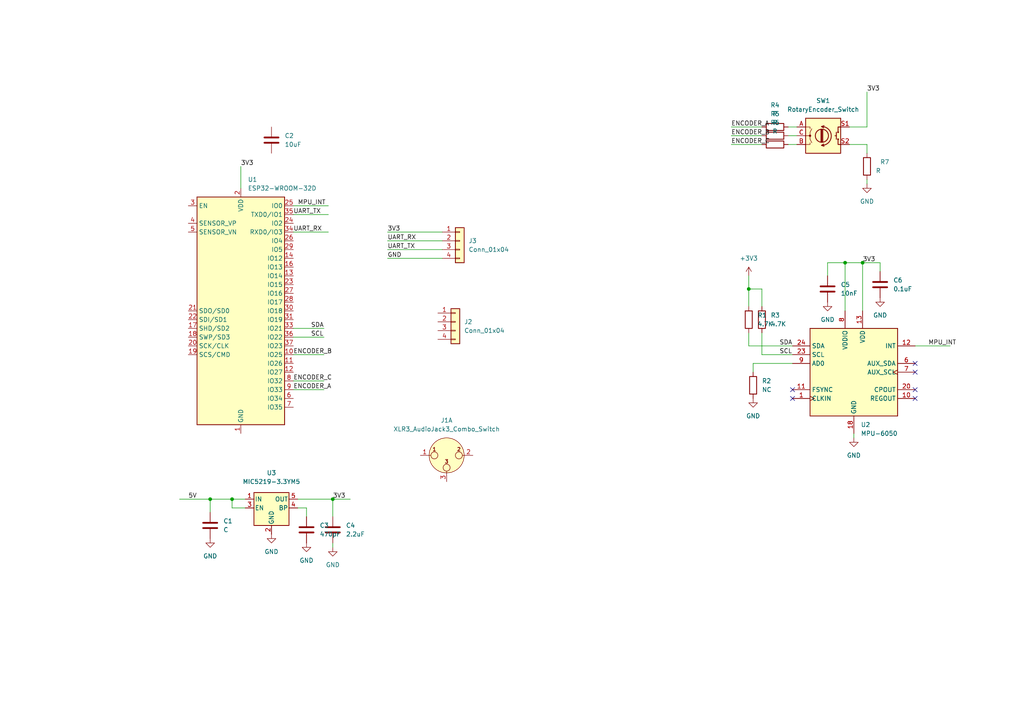
<source format=kicad_sch>
(kicad_sch (version 20211123) (generator eeschema)
  (paper "A4")
  (lib_symbols
    (symbol "Connector:XLR3_AudioJack3_Combo_Switch" (pin_names hide)
      (property "Reference" "J" (at 0 10.16 0))
      (property "Value" "XLR3_AudioJack3_Combo_Switch" (at 0 7.62 0))
      (symbol "XLR3_AudioJack3_Combo_Switch_1_1"
        (circle (center -3.556 0) (radius 1.016))
        (circle (center 0 -3.556) (radius 1.016))
        (polyline (pts (xy -5.08 0) (xy -4.572 0)))
        (polyline (pts (xy 0 -5.08) (xy 0 -4.572)))
        (polyline (pts (xy 5.08 0) (xy 4.572 0)))
        (circle (center 0 0) (radius 5.08) (fill (type background)))
        (circle (center 3.556 0) (radius 1.016))
        (text "1" (at -3.556 1.778 0) (effects (font (size 1.016 1.016) bold)))
        (text "2" (at 3.556 1.778 0) (effects (font (size 1.016 1.016) bold)))
        (text "3" (at 0 -1.778 0) (effects (font (size 1.016 1.016) bold)))
        (pin passive line (at -7.62 0 0) (length 2.54) (name "~") (number "1"))
        (pin passive line (at 7.62 0 180) (length 2.54) (name "~") (number "2"))
        (pin passive line (at 0 -7.62 90) (length 2.54) (name "~") (number "3"))
      )
      (symbol "XLR3_AudioJack3_Combo_Switch_2_1"
        (rectangle (start -5.08 -5.08) (end -6.35 -7.62) (stroke (width 0.254)) (fill (type outline)))
        (polyline (pts (xy -1.27 4.826) (xy -1.016 4.318)))
        (polyline (pts (xy 0.508 -0.254) (xy 0.762 -0.762)))
        (polyline (pts (xy 1.778 -5.334) (xy 2.032 -5.842)))
        (polyline (pts (xy 0 -5.08) (xy 0.635 -5.715) (xy 1.27 -5.08) (xy 2.54 -5.08)) (stroke (width 0.254)))
        (polyline (pts (xy 2.54 -7.62) (xy 1.778 -7.62) (xy 1.778 -5.334) (xy 1.524 -5.842)))
        (polyline (pts (xy 2.54 -2.54) (xy 0.508 -2.54) (xy 0.508 -0.254) (xy 0.254 -0.762)))
        (polyline (pts (xy 2.54 2.54) (xy -1.27 2.54) (xy -1.27 4.826) (xy -1.524 4.318)))
        (polyline (pts (xy -1.905 -5.08) (xy -1.27 -5.715) (xy -0.635 -5.08) (xy -0.635 0) (xy 2.54 0)) (stroke (width 0.254)))
        (polyline (pts (xy 2.54 5.08) (xy -2.54 5.08) (xy -2.54 -5.08) (xy -3.175 -5.715) (xy -3.81 -5.08)) (stroke (width 0.254)))
        (rectangle (start 2.54 6.35) (end -5.08 -8.89) (stroke (width 0.254)) (fill (type background)))
        (pin passive line (at 5.08 0 180) (length 2.54) (name "~") (number "R"))
        (pin passive line (at 5.08 -2.54 180) (length 2.54) (name "~") (number "RN"))
        (pin passive line (at 5.08 5.08 180) (length 2.54) (name "~") (number "S"))
        (pin passive line (at 5.08 2.54 180) (length 2.54) (name "~") (number "SN"))
        (pin passive line (at 5.08 -5.08 180) (length 2.54) (name "~") (number "T"))
        (pin passive line (at 5.08 -7.62 180) (length 2.54) (name "~") (number "TN"))
      )
    )
    (symbol "Connector_Generic:Conn_01x04" (pin_names (offset 1.016) hide)
      (property "Reference" "J" (at 0 5.08 0))
      (property "Value" "Conn_01x04" (at 0 -7.62 0))
      (symbol "Conn_01x04_1_1"
        (rectangle (start -1.27 -4.953) (end 0 -5.207) (stroke (width 0.1524)))
        (rectangle (start -1.27 -2.413) (end 0 -2.667) (stroke (width 0.1524)))
        (rectangle (start -1.27 0.127) (end 0 -0.127) (stroke (width 0.1524)))
        (rectangle (start -1.27 2.667) (end 0 2.413) (stroke (width 0.1524)))
        (rectangle (start -1.27 3.81) (end 1.27 -6.35) (stroke (width 0.254)) (fill (type background)))
        (pin passive line (at -5.08 2.54 0) (length 3.81) (name "Pin_1") (number "1"))
        (pin passive line (at -5.08 0 0) (length 3.81) (name "Pin_2") (number "2"))
        (pin passive line (at -5.08 -2.54 0) (length 3.81) (name "Pin_3") (number "3"))
        (pin passive line (at -5.08 -5.08 0) (length 3.81) (name "Pin_4") (number "4"))
      )
    )
    (symbol "Device:C" (pin_numbers hide) (pin_names (offset 0.254))
      (property "Reference" "C" (at 0.635 2.54 0))
      (property "Value" "C" (at 0.635 -2.54 0))
      (symbol "C_0_1"
        (polyline (pts (xy -2.032 -0.762) (xy 2.032 -0.762)) (stroke (width 0.508)))
        (polyline (pts (xy -2.032 0.762) (xy 2.032 0.762)) (stroke (width 0.508)))
      )
      (symbol "C_1_1"
        (pin passive line (at 0 3.81 270) (length 2.794) (name "~") (number "1"))
        (pin passive line (at 0 -3.81 90) (length 2.794) (name "~") (number "2"))
      )
    )
    (symbol "Device:R" (pin_numbers hide) (pin_names (offset 0))
      (property "Reference" "R" (at 2.032 0 90))
      (property "Value" "R" (at 0 0 90))
      (symbol "R_0_1"
        (rectangle (start -1.016 -2.54) (end 1.016 2.54) (stroke (width 0.254)))
      )
      (symbol "R_1_1"
        (pin passive line (at 0 3.81 270) (length 1.27) (name "~") (number "1"))
        (pin passive line (at 0 -3.81 90) (length 1.27) (name "~") (number "2"))
      )
    )
    (symbol "Device:RotaryEncoder_Switch" (pin_names (offset 0.254) hide)
      (property "Reference" "SW" (at 0 6.604 0))
      (property "Value" "RotaryEncoder_Switch" (at 0 -6.604 0))
      (symbol "RotaryEncoder_Switch_0_1"
        (rectangle (start -5.08 5.08) (end 5.08 -5.08) (stroke (width 0.254)) (fill (type background)))
        (circle (center -3.81 0) (radius 0.254) (fill (type outline)))
        (arc (start -0.381 -2.794) (mid 2.3622 -0.0635) (end -0.381 2.667) (stroke (width 0.254)))
        (circle (center -0.381 0) (radius 1.905) (stroke (width 0.254)))
        (polyline (pts (xy -0.635 -1.778) (xy -0.635 1.778)) (stroke (width 0.254)))
        (polyline (pts (xy -0.381 -1.778) (xy -0.381 1.778)) (stroke (width 0.254)))
        (polyline (pts (xy -0.127 1.778) (xy -0.127 -1.778)) (stroke (width 0.254)))
        (polyline (pts (xy 3.81 0) (xy 3.429 0)) (stroke (width 0.254)))
        (polyline (pts (xy 3.81 1.016) (xy 3.81 -1.016)) (stroke (width 0.254)))
        (polyline (pts (xy -5.08 -2.54) (xy -3.81 -2.54) (xy -3.81 -2.032)))
        (polyline (pts (xy -5.08 2.54) (xy -3.81 2.54) (xy -3.81 2.032)))
        (polyline (pts (xy 0.254 -3.048) (xy -0.508 -2.794) (xy 0.127 -2.413)) (stroke (width 0.254)))
        (polyline (pts (xy 0.254 2.921) (xy -0.508 2.667) (xy 0.127 2.286)) (stroke (width 0.254)))
        (polyline (pts (xy 5.08 -2.54) (xy 4.318 -2.54) (xy 4.318 -1.016)) (stroke (width 0.254)))
        (polyline (pts (xy 5.08 2.54) (xy 4.318 2.54) (xy 4.318 1.016)) (stroke (width 0.254)))
        (polyline (pts (xy -5.08 0) (xy -3.81 0) (xy -3.81 -1.016) (xy -3.302 -2.032)))
        (polyline (pts (xy -4.318 0) (xy -3.81 0) (xy -3.81 1.016) (xy -3.302 2.032)))
        (circle (center 4.318 -1.016) (radius 0.127) (stroke (width 0.254)))
        (circle (center 4.318 1.016) (radius 0.127) (stroke (width 0.254)))
      )
      (symbol "RotaryEncoder_Switch_1_1"
        (pin passive line (at -7.62 2.54 0) (length 2.54) (name "A") (number "A"))
        (pin passive line (at -7.62 -2.54 0) (length 2.54) (name "B") (number "B"))
        (pin passive line (at -7.62 0 0) (length 2.54) (name "C") (number "C"))
        (pin passive line (at 7.62 2.54 180) (length 2.54) (name "S1") (number "S1"))
        (pin passive line (at 7.62 -2.54 180) (length 2.54) (name "S2") (number "S2"))
      )
    )
    (symbol "RF_Module:ESP32-WROOM-32D"
      (property "Reference" "U" (at -12.7 34.29 0))
      (property "Value" "ESP32-WROOM-32D" (at 1.27 34.29 0))
      (symbol "ESP32-WROOM-32D_0_1"
        (rectangle (start -12.7 33.02) (end 12.7 -33.02) (stroke (width 0.254)) (fill (type background)))
      )
      (symbol "ESP32-WROOM-32D_1_1"
        (pin power_in line (at 0 -35.56 90) (length 2.54) (name "GND") (number "1"))
        (pin bidirectional line (at 15.24 -12.7 180) (length 2.54) (name "IO25") (number "10"))
        (pin bidirectional line (at 15.24 -15.24 180) (length 2.54) (name "IO26") (number "11"))
        (pin bidirectional line (at 15.24 -17.78 180) (length 2.54) (name "IO27") (number "12"))
        (pin bidirectional line (at 15.24 10.16 180) (length 2.54) (name "IO14") (number "13"))
        (pin bidirectional line (at 15.24 15.24 180) (length 2.54) (name "IO12") (number "14"))
        (pin passive line (at 0 -35.56 90) (length 2.54) hide (name "GND") (number "15"))
        (pin bidirectional line (at 15.24 12.7 180) (length 2.54) (name "IO13") (number "16"))
        (pin bidirectional line (at -15.24 -5.08 0) (length 2.54) (name "SHD/SD2") (number "17"))
        (pin bidirectional line (at -15.24 -7.62 0) (length 2.54) (name "SWP/SD3") (number "18"))
        (pin bidirectional line (at -15.24 -12.7 0) (length 2.54) (name "SCS/CMD") (number "19"))
        (pin power_in line (at 0 35.56 270) (length 2.54) (name "VDD") (number "2"))
        (pin bidirectional line (at -15.24 -10.16 0) (length 2.54) (name "SCK/CLK") (number "20"))
        (pin bidirectional line (at -15.24 0 0) (length 2.54) (name "SDO/SD0") (number "21"))
        (pin bidirectional line (at -15.24 -2.54 0) (length 2.54) (name "SDI/SD1") (number "22"))
        (pin bidirectional line (at 15.24 7.62 180) (length 2.54) (name "IO15") (number "23"))
        (pin bidirectional line (at 15.24 25.4 180) (length 2.54) (name "IO2") (number "24"))
        (pin bidirectional line (at 15.24 30.48 180) (length 2.54) (name "IO0") (number "25"))
        (pin bidirectional line (at 15.24 20.32 180) (length 2.54) (name "IO4") (number "26"))
        (pin bidirectional line (at 15.24 5.08 180) (length 2.54) (name "IO16") (number "27"))
        (pin bidirectional line (at 15.24 2.54 180) (length 2.54) (name "IO17") (number "28"))
        (pin bidirectional line (at 15.24 17.78 180) (length 2.54) (name "IO5") (number "29"))
        (pin input line (at -15.24 30.48 0) (length 2.54) (name "EN") (number "3"))
        (pin bidirectional line (at 15.24 0 180) (length 2.54) (name "IO18") (number "30"))
        (pin bidirectional line (at 15.24 -2.54 180) (length 2.54) (name "IO19") (number "31"))
        (pin no_connect line (at -12.7 -27.94 0) (length 2.54) hide (name "NC") (number "32"))
        (pin bidirectional line (at 15.24 -5.08 180) (length 2.54) (name "IO21") (number "33"))
        (pin bidirectional line (at 15.24 22.86 180) (length 2.54) (name "RXD0/IO3") (number "34"))
        (pin bidirectional line (at 15.24 27.94 180) (length 2.54) (name "TXD0/IO1") (number "35"))
        (pin bidirectional line (at 15.24 -7.62 180) (length 2.54) (name "IO22") (number "36"))
        (pin bidirectional line (at 15.24 -10.16 180) (length 2.54) (name "IO23") (number "37"))
        (pin passive line (at 0 -35.56 90) (length 2.54) hide (name "GND") (number "38"))
        (pin passive line (at 0 -35.56 90) (length 2.54) hide (name "GND") (number "39"))
        (pin input line (at -15.24 25.4 0) (length 2.54) (name "SENSOR_VP") (number "4"))
        (pin input line (at -15.24 22.86 0) (length 2.54) (name "SENSOR_VN") (number "5"))
        (pin input line (at 15.24 -25.4 180) (length 2.54) (name "IO34") (number "6"))
        (pin input line (at 15.24 -27.94 180) (length 2.54) (name "IO35") (number "7"))
        (pin bidirectional line (at 15.24 -20.32 180) (length 2.54) (name "IO32") (number "8"))
        (pin bidirectional line (at 15.24 -22.86 180) (length 2.54) (name "IO33") (number "9"))
      )
    )
    (symbol "Regulator_Linear:MIC5219-3.3YM5" (pin_names (offset 0.254))
      (property "Reference" "U" (at -3.81 5.715 0))
      (property "Value" "MIC5219-3.3YM5" (at 0 5.715 0))
      (symbol "MIC5219-3.3YM5_0_1"
        (rectangle (start -5.08 4.445) (end 5.08 -5.08) (stroke (width 0.254)) (fill (type background)))
      )
      (symbol "MIC5219-3.3YM5_1_1"
        (pin power_in line (at -7.62 2.54 0) (length 2.54) (name "IN") (number "1"))
        (pin power_in line (at 0 -7.62 90) (length 2.54) (name "GND") (number "2"))
        (pin input line (at -7.62 0 0) (length 2.54) (name "EN") (number "3"))
        (pin input line (at 7.62 0 180) (length 2.54) (name "BP") (number "4"))
        (pin power_out line (at 7.62 2.54 180) (length 2.54) (name "OUT") (number "5"))
      )
    )
    (symbol "Sensor_Motion:MPU-6050"
      (property "Reference" "U" (at -11.43 13.97 0))
      (property "Value" "MPU-6050" (at 7.62 -13.97 0))
      (symbol "MPU-6050_0_1"
        (rectangle (start -12.7 12.7) (end 12.7 -12.7) (stroke (width 0.254)) (fill (type background)))
      )
      (symbol "MPU-6050_1_1"
        (pin input clock (at -17.78 -7.62 0) (length 5.08) (name "CLKIN") (number "1"))
        (pin passive line (at 17.78 -7.62 180) (length 5.08) (name "REGOUT") (number "10"))
        (pin input line (at -17.78 -5.08 0) (length 5.08) (name "FSYNC") (number "11"))
        (pin output line (at 17.78 7.62 180) (length 5.08) (name "INT") (number "12"))
        (pin power_in line (at 2.54 17.78 270) (length 5.08) (name "VDD") (number "13"))
        (pin power_in line (at 0 -17.78 90) (length 5.08) (name "GND") (number "18"))
        (pin passive line (at 17.78 -5.08 180) (length 5.08) (name "CPOUT") (number "20"))
        (pin input line (at -17.78 5.08 0) (length 5.08) (name "SCL") (number "23"))
        (pin bidirectional line (at -17.78 7.62 0) (length 5.08) (name "SDA") (number "24"))
        (pin bidirectional line (at 17.78 2.54 180) (length 5.08) (name "AUX_SDA") (number "6"))
        (pin output clock (at 17.78 0 180) (length 5.08) (name "AUX_SCL") (number "7"))
        (pin power_in line (at -2.54 17.78 270) (length 5.08) (name "VDDIO") (number "8"))
        (pin input line (at -17.78 2.54 0) (length 5.08) (name "AD0") (number "9"))
      )
    )
    (symbol "power:+3V3" (power) (pin_names (offset 0))
      (property "Value" "+3V3" (at 0 3.556 0))
      (symbol "+3V3_0_1"
        (polyline (pts (xy -0.762 1.27) (xy 0 2.54)))
        (polyline (pts (xy 0 0) (xy 0 2.54)))
        (polyline (pts (xy 0 2.54) (xy 0.762 1.27)))
      )
      (symbol "+3V3_1_1"
        (pin power_in line (at 0 0 90) (length 0) hide (name "+3V3") (number "1"))
      )
    )
    (symbol "power:GND" (power) (pin_names (offset 0))
      (property "Value" "GND" (at 0 -3.81 0))
      (symbol "GND_0_1"
        (polyline (pts (xy 0 0) (xy 0 -1.27) (xy 1.27 -1.27) (xy 0 -2.54) (xy -1.27 -1.27) (xy 0 -1.27)))
      )
      (symbol "GND_1_1"
        (pin power_in line (at 0 0 270) (length 0) hide (name "GND") (number "1"))
      )
    )
  )
  (junction (at 96.52 144.78))
  (junction (at 245.11 76.2))
  (junction (at 217.17 83.82))
  (junction (at 67.31 144.78))
  (junction (at 60.96 144.78))
  (junction (at 250.19 76.2))
  (no_connect (at 229.87 115.57))
  (no_connect (at 229.87 113.03))
  (no_connect (at 265.43 113.03))
  (no_connect (at 265.43 107.95))
  (no_connect (at 265.43 115.57))
  (no_connect (at 265.43 105.41))
  (wire (pts (xy 251.46 41.91) (xy 251.46 44.45)))
  (wire (pts (xy 217.17 88.9) (xy 217.17 83.82)))
  (wire (pts (xy 60.96 144.78) (xy 60.96 148.59)))
  (wire (pts (xy 220.98 102.87) (xy 229.87 102.87)))
  (wire (pts (xy 96.52 144.78) (xy 96.52 149.86)))
  (wire (pts (xy 228.6 36.83) (xy 231.14 36.83)))
  (wire (pts (xy 88.9 147.32) (xy 88.9 149.86)))
  (wire (pts (xy 112.395 67.31) (xy 128.27 67.31)))
  (wire (pts (xy 217.17 83.82) (xy 220.98 83.82)))
  (wire (pts (xy 217.17 100.33) (xy 217.17 96.52)))
  (wire (pts (xy 69.85 48.26) (xy 69.85 54.61)))
  (wire (pts (xy 85.09 102.87) (xy 93.98 102.87)))
  (wire (pts (xy 85.09 62.23) (xy 95.25 62.23)))
  (wire (pts (xy 212.09 41.91) (xy 220.98 41.91)))
  (wire (pts (xy 228.6 39.37) (xy 231.14 39.37)))
  (wire (pts (xy 218.44 105.41) (xy 229.87 105.41)))
  (wire (pts (xy 85.09 110.49) (xy 93.98 110.49)))
  (wire (pts (xy 96.52 157.48) (xy 96.52 158.75)))
  (wire (pts (xy 240.03 80.01) (xy 240.03 76.2)))
  (wire (pts (xy 245.11 90.17) (xy 245.11 76.2)))
  (wire (pts (xy 85.09 113.03) (xy 93.98 113.03)))
  (wire (pts (xy 112.395 74.93) (xy 128.27 74.93)))
  (wire (pts (xy 85.09 95.25) (xy 93.98 95.25)))
  (wire (pts (xy 52.07 144.78) (xy 60.96 144.78)))
  (wire (pts (xy 86.36 147.32) (xy 88.9 147.32)))
  (wire (pts (xy 246.38 36.83) (xy 251.46 36.83)))
  (wire (pts (xy 245.11 76.2) (xy 250.19 76.2)))
  (wire (pts (xy 212.09 39.37) (xy 220.98 39.37)))
  (wire (pts (xy 246.38 41.91) (xy 251.46 41.91)))
  (wire (pts (xy 67.31 147.32) (xy 71.12 147.32)))
  (wire (pts (xy 85.09 67.31) (xy 95.25 67.31)))
  (wire (pts (xy 217.17 80.01) (xy 217.17 83.82)))
  (wire (pts (xy 85.09 59.69) (xy 95.25 59.69)))
  (wire (pts (xy 85.09 97.79) (xy 93.98 97.79)))
  (wire (pts (xy 218.44 107.95) (xy 218.44 105.41)))
  (wire (pts (xy 255.27 78.74) (xy 255.27 76.2)))
  (wire (pts (xy 60.96 144.78) (xy 67.31 144.78)))
  (wire (pts (xy 112.395 69.85) (xy 128.27 69.85)))
  (wire (pts (xy 251.46 52.07) (xy 251.46 53.34)))
  (wire (pts (xy 67.31 144.78) (xy 67.31 147.32)))
  (wire (pts (xy 247.65 125.73) (xy 247.65 127)))
  (wire (pts (xy 220.98 102.87) (xy 220.98 96.52)))
  (wire (pts (xy 251.46 26.67) (xy 251.46 36.83)))
  (wire (pts (xy 240.03 76.2) (xy 245.11 76.2)))
  (wire (pts (xy 86.36 144.78) (xy 96.52 144.78)))
  (wire (pts (xy 67.31 144.78) (xy 71.12 144.78)))
  (wire (pts (xy 220.98 83.82) (xy 220.98 88.9)))
  (wire (pts (xy 255.27 76.2) (xy 250.19 76.2)))
  (wire (pts (xy 212.09 36.83) (xy 220.98 36.83)))
  (wire (pts (xy 250.19 76.2) (xy 250.19 90.17)))
  (wire (pts (xy 265.43 100.33) (xy 275.59 100.33)))
  (wire (pts (xy 96.52 144.78) (xy 101.6 144.78)))
  (wire (pts (xy 217.17 100.33) (xy 229.87 100.33)))
  (wire (pts (xy 112.395 72.39) (xy 128.27 72.39)))
  (wire (pts (xy 228.6 41.91) (xy 231.14 41.91)))
  (label "SDA" (at 90.17 95.25 0))
  (label "UART_RX" (at 112.395 69.85 0))
  (label "3V3" (at 96.52 144.78 0))
  (label "3V3" (at 69.85 48.26 0))
  (label "ENCODER_A" (at 85.09 113.03 0))
  (label "3V3" (at 251.46 26.67 0))
  (label "3V3" (at 250.19 76.2 0))
  (label "SDA" (at 226.06 100.33 0))
  (label "SCL" (at 226.06 102.87 0))
  (label "3V3" (at 112.395 67.31 0))
  (label "ENCODER_C" (at 85.09 110.49 0))
  (label "ENCODER_B" (at 85.09 102.87 0))
  (label "ENCODER_C" (at 212.09 41.91 0))
  (label "GND" (at 112.395 74.93 0))
  (label "UART_RX" (at 85.09 67.31 0))
  (label "SCL" (at 90.17 97.79 0))
  (label "UART_TX" (at 85.09 62.23 0))
  (label "ENCODER_A" (at 212.09 36.83 0))
  (label "MPU_INT" (at 86.36 59.69 0))
  (label "5V" (at 54.61 144.78 0))
  (label "ENCODER_B" (at 212.09 39.37 0))
  (label "UART_TX" (at 112.395 72.39 0))
  (label "MPU_INT" (at 269.24 100.33 0))
  (symbol (lib_id "Device:R") (at 217.17 92.71 0) (unit 1)
    (property "Reference" "R1" (at 219.71 91.4399 0) (effects (justify left)))
    (property "Value" "4.7K" (at 219.71 93.9799 0) (effects (justify left)))
    (property "Footprint" "Resistor_SMD:R_0603_1608Metric" (effects hide))
  )
  (symbol (lib_id "Device:C") (at 78.74 40.64 0) (unit 1)
    (property "Reference" "C2" (at 82.55 39.3699 0) (effects (justify left)))
    (property "Value" "10uF" (at 82.55 41.9099 0) (effects (justify left)))
    (property "Footprint" "Capacitor_SMD:C_0603_1608Metric" (effects hide))
  )
  (symbol (lib_id "Device:R") (at 218.44 111.76 0) (unit 1)
    (property "Reference" "R2" (at 220.98 110.4899 0) (effects (justify left)))
    (property "Value" "NC" (at 220.98 113.0299 0) (effects (justify left)))
    (property "Footprint" "Resistor_SMD:R_0603_1608Metric" (effects hide))
  )
  (symbol (lib_id "power:GND") (at 96.52 158.75 0) (unit 1)
    (property "Reference" "#PWR0106" (effects hide))
    (property "Value" "GND" (at 96.52 163.83 0))
  )
  (symbol (lib_id "power:GND") (at 251.46 53.34 0) (unit 1)
    (property "Reference" "#PWR0110" (effects hide))
    (property "Value" "GND" (at 251.46 58.42 0))
  )
  (symbol (lib_id "power:GND") (at 218.44 115.57 0) (unit 1)
    (property "Reference" "#PWR0101" (effects hide))
    (property "Value" "GND" (at 218.44 120.65 0))
  )
  (symbol (lib_id "Device:C") (at 60.96 152.4 0) (unit 1)
    (property "Reference" "C1" (at 64.77 151.1299 0) (effects (justify left)))
    (property "Value" "C" (at 64.77 153.6699 0) (effects (justify left)))
    (property "Footprint" "Capacitor_SMD:C_0603_1608Metric" (effects hide))
  )
  (symbol (lib_id "power:GND") (at 255.27 86.36 0) (unit 1)
    (property "Reference" "#PWR0108" (effects hide))
    (property "Value" "GND" (at 255.27 91.44 0))
  )
  (symbol (lib_id "Device:C") (at 88.9 153.67 0) (unit 1)
    (property "Reference" "C3" (at 92.71 152.3999 0) (effects (justify left)))
    (property "Value" "470pF" (at 92.71 154.9399 0) (effects (justify left)))
    (property "Footprint" "Capacitor_SMD:C_0603_1608Metric" (effects hide))
  )
  (symbol (lib_id "Regulator_Linear:MIC5219-3.3YM5") (at 78.74 147.32 0) (unit 1)
    (property "Reference" "U3" (at 78.74 137.16 0))
    (property "Value" "MIC5219-3.3YM5" (at 78.74 139.7 0))
    (property "Footprint" "Package_TO_SOT_SMD:SOT-23-5" (effects hide))
    (property "Datasheet" "http://ww1.microchip.com/downloads/en/DeviceDoc/MIC5219-500mA-Peak-Output-LDO-Regulator-DS20006021A.pdf" (effects hide))
  )
  (symbol (lib_id "Connector:XLR3_AudioJack3_Combo_Switch") (at 129.54 132.08 0) (unit 1)
    (property "Reference" "J1" (at 129.54 121.92 0))
    (property "Value" "XLR3_AudioJack3_Combo_Switch" (at 129.54 124.46 0))
    (property "Footprint" "Button_Switch_THT:SW_E-Switch_EG2219_DPDT_Angled" (effects hide))
    (property "Datasheet" " ~" (effects hide))
  )
  (symbol (lib_id "Connector_Generic:Conn_01x04") (at 133.35 69.85 0) (unit 1)
    (property "Reference" "J3" (at 135.89 69.8499 0) (effects (justify left)))
    (property "Value" "Conn_01x04" (at 135.89 72.3899 0) (effects (justify left)))
  )
  (symbol (lib_id "Device:C") (at 255.27 82.55 0) (unit 1)
    (property "Reference" "C6" (at 259.08 81.2799 0) (effects (justify left)))
    (property "Value" "0.1uF" (at 259.08 83.8199 0) (effects (justify left)))
    (property "Footprint" "Capacitor_SMD:C_0603_1608Metric" (effects hide))
  )
  (symbol (lib_id "RF_Module:ESP32-WROOM-32D") (at 69.85 90.17 0) (unit 1)
    (property "Reference" "U1" (at 71.8694 52.07 0) (effects (justify left)))
    (property "Value" "ESP32-WROOM-32D" (at 71.8694 54.61 0) (effects (justify left)))
    (property "Footprint" "RF_Module:ESP32-WROOM-32" (effects hide))
    (property "Datasheet" "https://www.espressif.com/sites/default/files/documentation/esp32-wroom-32d_esp32-wroom-32u_datasheet_en.pdf" (effects hide))
  )
  (symbol (lib_id "power:GND") (at 88.9 157.48 0) (unit 1)
    (property "Reference" "#PWR0107" (effects hide))
    (property "Value" "GND" (at 88.9 162.56 0))
  )
  (symbol (lib_id "Device:R") (at 224.79 36.83 90) (unit 1)
    (property "Reference" "R4" (at 224.79 30.48 90))
    (property "Value" "R" (at 224.79 33.02 90))
    (property "Footprint" "Resistor_SMD:R_0603_1608Metric" (effects hide))
  )
  (symbol (lib_id "Device:R") (at 220.98 92.71 0) (unit 1)
    (property "Reference" "R3" (at 223.52 91.4399 0) (effects (justify left)))
    (property "Value" "4.7K" (at 223.52 93.9799 0) (effects (justify left)))
    (property "Footprint" "Resistor_SMD:R_0603_1608Metric" (effects hide))
  )
  (symbol (lib_id "power:GND") (at 240.03 87.63 0) (unit 1)
    (property "Reference" "#PWR0109" (effects hide))
    (property "Value" "GND" (at 240.03 92.71 0))
  )
  (symbol (lib_id "power:GND") (at 60.96 156.21 0) (unit 1)
    (property "Reference" "#PWR0104" (effects hide))
    (property "Value" "GND" (at 60.96 161.29 0))
  )
  (symbol (lib_id "Device:C") (at 240.03 83.82 0) (unit 1)
    (property "Reference" "C5" (at 243.84 82.5499 0) (effects (justify left)))
    (property "Value" "10nF" (at 243.84 85.0899 0) (effects (justify left)))
    (property "Footprint" "Capacitor_SMD:C_0603_1608Metric" (effects hide))
  )
  (symbol (lib_id "Sensor_Motion:MPU-6050") (at 247.65 107.95 0) (unit 1)
    (property "Reference" "U2" (at 249.6694 123.19 0) (effects (justify left)))
    (property "Value" "MPU-6050" (at 249.6694 125.73 0) (effects (justify left)))
    (property "Footprint" "Sensor_Motion:InvenSense_QFN-24_4x4mm_P0.5mm" (effects hide))
    (property "Datasheet" "https://store.invensense.com/datasheets/invensense/MPU-6050_DataSheet_V3%204.pdf" (effects hide))
  )
  (symbol (lib_id "Connector_Generic:Conn_01x04") (at 132.08 93.345 0) (unit 1)
    (property "Reference" "J2" (at 134.62 93.3449 0) (effects (justify left)))
    (property "Value" "Conn_01x04" (at 134.62 95.8849 0) (effects (justify left)))
    (property "Footprint" "Connector_PinHeader_1.27mm:PinHeader_1x04_P1.27mm_Vertical" (effects hide))
  )
  (symbol (lib_id "power:+3V3") (at 217.17 80.01 0) (unit 1)
    (property "Reference" "#PWR0103" (effects hide))
    (property "Value" "+3V3" (at 217.17 74.93 0))
  )
  (symbol (lib_id "Device:R") (at 251.46 48.26 0) (unit 1)
    (property "Reference" "R7" (at 255.27 46.99 0) (effects (justify left)))
    (property "Value" "R" (at 254 49.5299 0) (effects (justify left)))
    (property "Footprint" "Resistor_SMD:R_0603_1608Metric" (effects hide))
  )
  (symbol (lib_id "Device:C") (at 96.52 153.67 0) (unit 1)
    (property "Reference" "C4" (at 100.33 152.3999 0) (effects (justify left)))
    (property "Value" "2.2uF" (at 100.33 154.9399 0) (effects (justify left)))
    (property "Footprint" "Capacitor_SMD:C_0603_1608Metric" (effects hide))
  )
  (symbol (lib_id "Device:RotaryEncoder_Switch") (at 238.76 39.37 0) (unit 1)
    (property "Reference" "SW1" (at 238.76 29.21 0))
    (property "Value" "RotaryEncoder_Switch" (at 238.76 31.75 0))
    (property "Footprint" "Rotary_Encoder:RotaryEncoder_Alps_EC12E-Switch_Vertical_H20mm" (effects hide))
  )
  (symbol (lib_id "Device:R") (at 224.79 39.37 90) (unit 1)
    (property "Reference" "R5" (at 224.79 33.02 90))
    (property "Value" "R" (at 224.79 35.56 90))
    (property "Footprint" "Resistor_SMD:R_0603_1608Metric" (effects hide))
  )
  (symbol (lib_id "power:GND") (at 78.74 154.94 0) (unit 1)
    (property "Reference" "#PWR0105" (effects hide))
    (property "Value" "GND" (at 78.74 160.02 0))
  )
  (symbol (lib_id "power:GND") (at 247.65 127 0) (unit 1)
    (property "Reference" "#PWR0102" (effects hide))
    (property "Value" "GND" (at 247.65 132.08 0))
  )
  (symbol (lib_id "Device:R") (at 224.79 41.91 90) (unit 1)
    (property "Reference" "R6" (at 224.79 35.56 90))
    (property "Value" "R" (at 224.79 38.1 90))
    (property "Footprint" "Resistor_SMD:R_0603_1608Metric" (effects hide))
  )
)
</source>
